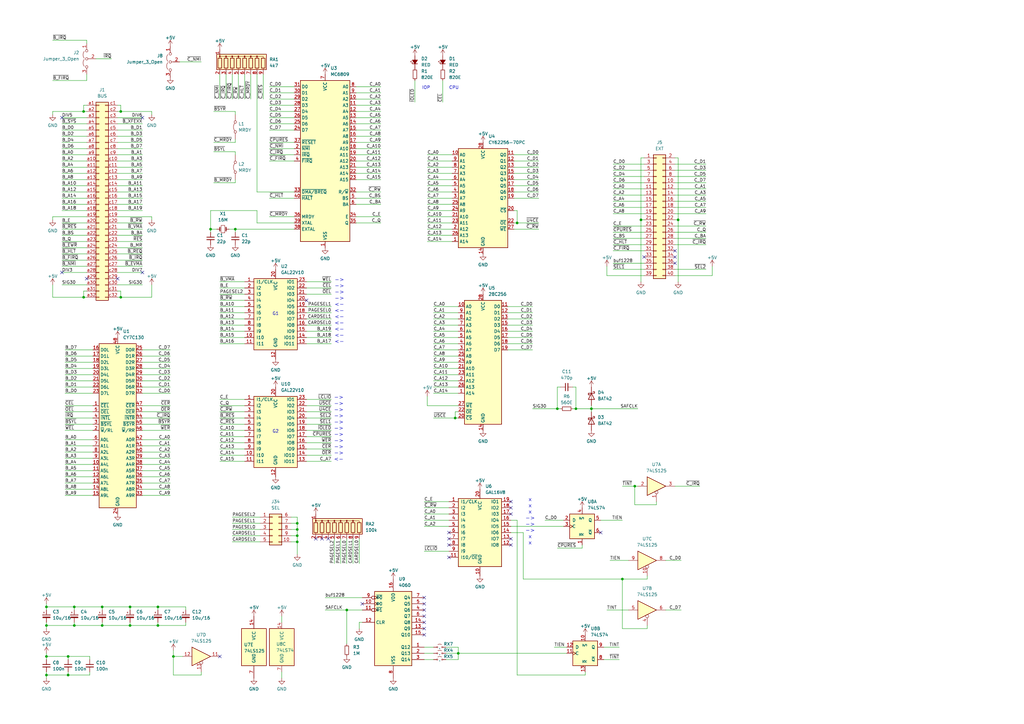
<source format=kicad_sch>
(kicad_sch (version 20231120) (generator "eeschema") (generator_version "8.0")
  (paper "A3")
  (title_block (title "CPU09GPP Board") (date "2025-01-31") (rev "v1.0") (company "100% Offner") (comment 1 "v1.0: Initial") (comment 2 "Redrawn vrom kees1948 FLEX and UniFLEX Systems."))
  (junction (at 142.24 250.19))
  (junction (at 86.36 93.98))
  (junction (at 27.94 269.24))
  (junction (at 19.05 276.86))
  (junction (at 121.92 214.63))
  (junction (at 34.29 45.72))
  (junction (at 262.89 90.17))
  (junction (at 41.91 248.92))
  (junction (at 260.35 199.39))
  (junction (at 212.09 91.44))
  (junction (at 27.94 276.86))
  (junction (at 49.53 121.92))
  (junction (at 255.27 237.49))
  (junction (at 121.92 219.71))
  (junction (at 187.96 267.97))
  (junction (at 121.92 217.17))
  (junction (at 19.05 269.24))
  (junction (at 53.34 248.92))
  (junction (at 30.48 248.92))
  (junction (at 34.29 121.92))
  (junction (at 71.12 269.24))
  (junction (at 96.52 93.98))
  (junction (at 19.05 256.54))
  (junction (at 186.69 171.45))
  (junction (at 30.48 256.54))
  (junction (at 41.91 256.54))
  (junction (at 53.34 256.54))
  (junction (at 121.92 222.25))
  (junction (at 228.6 167.64))
  (junction (at 242.57 167.64))
  (junction (at 236.22 167.64))
  (junction (at 64.77 248.92))
  (junction (at 19.05 248.92))
  (junction (at 64.77 256.54))
  (junction (at 278.13 90.17))
  (junction (at 49.53 45.72))
  (no_connect (at 173.99 247.65))
  (no_connect (at 264.16 105.41))
  (no_connect (at 184.15 218.44))
  (no_connect (at 173.99 245.11))
  (no_connect (at 173.99 257.81))
  (no_connect (at 246.38 218.44))
  (no_connect (at 173.99 255.27))
  (no_connect (at 90.17 269.24))
  (no_connect (at 35.56 114.3))
  (no_connect (at 25.4 48.26))
  (no_connect (at 25.4 111.76))
  (no_connect (at 132.08 220.98))
  (no_connect (at 209.55 208.28))
  (no_connect (at 209.55 210.82))
  (no_connect (at 129.54 220.98))
  (no_connect (at 209.55 223.52))
  (no_connect (at 125.73 123.19))
  (no_connect (at 184.15 228.6))
  (no_connect (at 276.86 105.41))
  (no_connect (at 48.26 114.3))
  (no_connect (at 209.55 205.74))
  (no_connect (at 134.62 220.98))
  (no_connect (at 58.42 111.76))
  (no_connect (at 209.55 220.98))
  (no_connect (at 173.99 260.35))
  (no_connect (at 184.15 220.98))
  (no_connect (at 148.59 247.65))
  (no_connect (at 58.42 48.26))
  (no_connect (at 276.86 107.95))
  (no_connect (at 173.99 250.19))
  (no_connect (at 173.99 252.73))
  (no_connect (at 184.15 223.52))
  (no_connect (at 276.86 102.87))
  (wire (pts (xy 234.95 158.75) (xy 236.22 158.75)))
  (wire (pts (xy 125.73 118.11) (xy 135.89 118.11)))
  (wire (pts (xy 251.46 72.39) (xy 264.16 72.39)))
  (wire (pts (xy 187.96 153.67) (xy 177.8 153.67)))
  (wire (pts (xy 95.25 30.48) (xy 95.25 40.64)))
  (wire (pts (xy 146.05 45.72) (xy 156.21 45.72)))
  (wire (pts (xy 125.73 140.97) (xy 135.89 140.97)))
  (wire (pts (xy 212.09 276.86) (xy 240.03 276.86)))
  (wire (pts (xy 30.48 248.92) (xy 30.48 250.19)))
  (wire (pts (xy 48.26 86.36) (xy 58.42 86.36)))
  (wire (pts (xy 262.89 90.17) (xy 264.16 90.17)))
  (wire (pts (xy 236.22 167.64) (xy 242.57 167.64)))
  (wire (pts (xy 48.26 55.88) (xy 58.42 55.88)))
  (wire (pts (xy 21.59 121.92) (xy 21.59 116.84)))
  (wire (pts (xy 148.59 255.27) (xy 147.32 255.27)))
  (wire (pts (xy 173.99 208.28) (xy 184.15 208.28)))
  (wire (pts (xy 218.44 143.51) (xy 208.28 143.51)))
  (wire (pts (xy 185.42 88.9) (xy 175.26 88.9)))
  (wire (pts (xy 58.42 151.13) (xy 69.85 151.13)))
  (wire (pts (xy 218.44 125.73) (xy 208.28 125.73)))
  (wire (pts (xy 236.22 167.64) (xy 234.95 167.64)))
  (wire (pts (xy 220.98 68.58) (xy 210.82 68.58)))
  (wire (pts (xy 58.42 153.67) (xy 69.85 153.67)))
  (wire (pts (xy 48.26 60.96) (xy 58.42 60.96)))
  (wire (pts (xy 96.52 63.5) (xy 96.52 62.23)))
  (wire (pts (xy 185.42 76.2) (xy 175.26 76.2)))
  (wire (pts (xy 48.26 73.66) (xy 58.42 73.66)))
  (wire (pts (xy 187.96 270.51) (xy 182.88 270.51)))
  (wire (pts (xy 187.96 148.59) (xy 177.8 148.59)))
  (wire (pts (xy 48.26 63.5) (xy 58.42 63.5)))
  (wire (pts (xy 21.59 45.72) (xy 21.59 46.99)))
  (wire (pts (xy 125.73 184.15) (xy 135.89 184.15)))
  (wire (pts (xy 209.55 215.9) (xy 231.14 215.9)))
  (wire (pts (xy 146.05 66.04) (xy 156.21 66.04)))
  (wire (pts (xy 187.96 133.35) (xy 177.8 133.35)))
  (wire (pts (xy 48.26 58.42) (xy 58.42 58.42)))
  (wire (pts (xy 25.4 96.52) (xy 35.56 96.52)))
  (wire (pts (xy 90.17 166.37) (xy 100.33 166.37)))
  (wire (pts (xy 187.96 138.43) (xy 177.8 138.43)))
  (wire (pts (xy 121.92 214.63) (xy 121.92 217.17)))
  (wire (pts (xy 95.25 212.09) (xy 106.68 212.09)))
  (wire (pts (xy 146.05 53.34) (xy 156.21 53.34)))
  (wire (pts (xy 146.05 71.12) (xy 156.21 71.12)))
  (wire (pts (xy 48.26 48.26) (xy 58.42 48.26)))
  (wire (pts (xy 146.05 38.1) (xy 156.21 38.1)))
  (wire (pts (xy 209.55 218.44) (xy 214.63 218.44)))
  (wire (pts (xy 93.98 93.98) (xy 96.52 93.98)))
  (wire (pts (xy 87.63 62.23) (xy 96.52 62.23)))
  (wire (pts (xy 146.05 88.9) (xy 156.21 88.9)))
  (wire (pts (xy 251.46 80.01) (xy 264.16 80.01)))
  (wire (pts (xy 48.26 119.38) (xy 49.53 119.38)))
  (wire (pts (xy 69.85 168.91) (xy 58.42 168.91)))
  (wire (pts (xy 19.05 269.24) (xy 19.05 270.51)))
  (wire (pts (xy 64.77 248.92) (xy 76.2 248.92)))
  (wire (pts (xy 177.8 267.97) (xy 173.99 267.97)))
  (wire (pts (xy 187.96 156.21) (xy 177.8 156.21)))
  (wire (pts (xy 25.4 101.6) (xy 35.56 101.6)))
  (wire (pts (xy 247.65 265.43) (xy 254 265.43)))
  (wire (pts (xy 27.94 275.59) (xy 27.94 276.86)))
  (wire (pts (xy 146.05 73.66) (xy 156.21 73.66)))
  (wire (pts (xy 185.42 91.44) (xy 175.26 91.44)))
  (wire (pts (xy 87.63 74.93) (xy 96.52 74.93)))
  (wire (pts (xy 170.18 33.02) (xy 170.18 41.91)))
  (wire (pts (xy 41.91 248.92) (xy 41.91 250.19)))
  (wire (pts (xy 209.55 213.36) (xy 212.09 213.36)))
  (wire (pts (xy 25.4 78.74) (xy 35.56 78.74)))
  (wire (pts (xy 187.96 171.45) (xy 186.69 171.45)))
  (wire (pts (xy 251.46 102.87) (xy 264.16 102.87)))
  (wire (pts (xy 64.77 255.27) (xy 64.77 256.54)))
  (wire (pts (xy 146.05 83.82) (xy 156.21 83.82)))
  (wire (pts (xy 58.42 180.34) (xy 69.85 180.34)))
  (wire (pts (xy 90.17 130.81) (xy 100.33 130.81)))
  (wire (pts (xy 26.67 148.59) (xy 38.1 148.59)))
  (wire (pts (xy 125.73 189.23) (xy 135.89 189.23)))
  (wire (pts (xy 26.67 198.12) (xy 38.1 198.12)))
  (wire (pts (xy 269.24 207.01) (xy 260.35 207.01)))
  (wire (pts (xy 185.42 66.04) (xy 175.26 66.04)))
  (wire (pts (xy 220.98 76.2) (xy 210.82 76.2)))
  (wire (pts (xy 177.8 171.45) (xy 186.69 171.45)))
  (wire (pts (xy 25.4 55.88) (xy 35.56 55.88)))
  (wire (pts (xy 69.85 171.45) (xy 58.42 171.45)))
  (wire (pts (xy 30.48 255.27) (xy 30.48 256.54)))
  (wire (pts (xy 90.17 186.69) (xy 100.33 186.69)))
  (wire (pts (xy 26.67 166.37) (xy 38.1 166.37)))
  (wire (pts (xy 279.4 229.87) (xy 273.05 229.87)))
  (wire (pts (xy 146.05 35.56) (xy 156.21 35.56)))
  (wire (pts (xy 90.17 176.53) (xy 100.33 176.53)))
  (wire (pts (xy 34.29 45.72) (xy 35.56 45.72)))
  (wire (pts (xy 173.99 205.74) (xy 184.15 205.74)))
  (wire (pts (xy 19.05 256.54) (xy 19.05 257.81)))
  (wire (pts (xy 86.36 86.36) (xy 86.36 93.98)))
  (wire (pts (xy 220.98 66.04) (xy 210.82 66.04)))
  (wire (pts (xy 228.6 167.64) (xy 218.44 167.64)))
  (wire (pts (xy 236.22 158.75) (xy 236.22 167.64)))
  (wire (pts (xy 185.42 63.5) (xy 175.26 63.5)))
  (wire (pts (xy 251.46 85.09) (xy 264.16 85.09)))
  (wire (pts (xy 26.67 153.67) (xy 38.1 153.67)))
  (wire (pts (xy 125.73 130.81) (xy 135.89 130.81)))
  (wire (pts (xy 186.69 168.91) (xy 187.96 168.91)))
  (wire (pts (xy 251.46 69.85) (xy 264.16 69.85)))
  (wire (pts (xy 35.56 121.92) (xy 34.29 121.92)))
  (wire (pts (xy 71.12 269.24) (xy 74.93 269.24)))
  (wire (pts (xy 251.46 110.49) (xy 264.16 110.49)))
  (wire (pts (xy 119.38 222.25) (xy 121.92 222.25)))
  (wire (pts (xy 49.53 45.72) (xy 48.26 45.72)))
  (wire (pts (xy 187.96 140.97) (xy 177.8 140.97)))
  (wire (pts (xy 19.05 267.97) (xy 19.05 269.24)))
  (wire (pts (xy 248.92 109.22) (xy 248.92 113.03)))
  (wire (pts (xy 25.4 106.68) (xy 35.56 106.68)))
  (wire (pts (xy 146.05 78.74) (xy 156.21 78.74)))
  (wire (pts (xy 25.4 83.82) (xy 35.56 83.82)))
  (wire (pts (xy 21.59 33.02) (xy 35.56 33.02)))
  (wire (pts (xy 90.17 171.45) (xy 100.33 171.45)))
  (wire (pts (xy 238.76 224.79) (xy 238.76 223.52)))
  (wire (pts (xy 48.26 68.58) (xy 58.42 68.58)))
  (wire (pts (xy 110.49 38.1) (xy 120.65 38.1)))
  (wire (pts (xy 177.8 270.51) (xy 173.99 270.51)))
  (wire (pts (xy 21.59 16.51) (xy 35.56 16.51)))
  (wire (pts (xy 25.4 81.28) (xy 35.56 81.28)))
  (wire (pts (xy 182.88 265.43) (xy 187.96 265.43)))
  (wire (pts (xy 242.57 167.64) (xy 261.62 167.64)))
  (wire (pts (xy 212.09 86.36) (xy 212.09 91.44)))
  (wire (pts (xy 251.46 77.47) (xy 264.16 77.47)))
  (wire (pts (xy 21.59 88.9) (xy 35.56 88.9)))
  (wire (pts (xy 110.49 48.26) (xy 120.65 48.26)))
  (wire (pts (xy 214.63 237.49) (xy 214.63 218.44)))
  (wire (pts (xy 125.73 179.07) (xy 135.89 179.07)))
  (wire (pts (xy 146.05 60.96) (xy 156.21 60.96)))
  (wire (pts (xy 96.52 58.42) (xy 96.52 57.15)))
  (wire (pts (xy 146.05 58.42) (xy 156.21 58.42)))
  (wire (pts (xy 187.96 161.29) (xy 177.8 161.29)))
  (wire (pts (xy 173.99 210.82) (xy 184.15 210.82)))
  (wire (pts (xy 125.73 125.73) (xy 135.89 125.73)))
  (wire (pts (xy 25.4 86.36) (xy 35.56 86.36)))
  (wire (pts (xy 173.99 213.36) (xy 184.15 213.36)))
  (wire (pts (xy 251.46 67.31) (xy 264.16 67.31)))
  (wire (pts (xy 255.27 213.36) (xy 246.38 213.36)))
  (wire (pts (xy 25.4 91.44) (xy 35.56 91.44)))
  (wire (pts (xy 146.05 81.28) (xy 156.21 81.28)))
  (wire (pts (xy 58.42 161.29) (xy 69.85 161.29)))
  (wire (pts (xy 25.4 53.34) (xy 35.56 53.34)))
  (wire (pts (xy 96.52 93.98) (xy 120.65 93.98)))
  (wire (pts (xy 69.85 166.37) (xy 58.42 166.37)))
  (wire (pts (xy 69.85 176.53) (xy 58.42 176.53)))
  (wire (pts (xy 264.16 64.77) (xy 262.89 64.77)))
  (wire (pts (xy 255.27 237.49) (xy 214.63 237.49)))
  (wire (pts (xy 276.86 72.39) (xy 289.56 72.39)))
  (wire (pts (xy 125.73 186.69) (xy 135.89 186.69)))
  (wire (pts (xy 62.23 88.9) (xy 62.23 90.17)))
  (wire (pts (xy 97.79 30.48) (xy 97.79 40.64)))
  (wire (pts (xy 34.29 45.72) (xy 21.59 45.72)))
  (wire (pts (xy 125.73 115.57) (xy 135.89 115.57)))
  (wire (pts (xy 25.4 48.26) (xy 35.56 48.26)))
  (wire (pts (xy 90.17 133.35) (xy 100.33 133.35)))
  (wire (pts (xy 187.96 265.43) (xy 187.96 267.97)))
  (wire (pts (xy 251.46 74.93) (xy 264.16 74.93)))
  (wire (pts (xy 175.26 166.37) (xy 187.96 166.37)))
  (wire (pts (xy 119.38 217.17) (xy 121.92 217.17)))
  (wire (pts (xy 76.2 248.92) (xy 76.2 250.19)))
  (wire (pts (xy 19.05 256.54) (xy 30.48 256.54)))
  (wire (pts (xy 26.67 173.99) (xy 38.1 173.99)))
  (wire (pts (xy 90.17 128.27) (xy 100.33 128.27)))
  (wire (pts (xy 146.05 43.18) (xy 156.21 43.18)))
  (wire (pts (xy 264.16 113.03) (xy 248.92 113.03)))
  (wire (pts (xy 96.52 93.98) (xy 96.52 95.25)))
  (wire (pts (xy 210.82 86.36) (xy 212.09 86.36)))
  (wire (pts (xy 185.42 78.74) (xy 175.26 78.74)))
  (wire (pts (xy 96.52 46.99) (xy 96.52 45.72)))
  (wire (pts (xy 187.96 130.81) (xy 177.8 130.81)))
  (wire (pts (xy 26.67 187.96) (xy 38.1 187.96)))
  (wire (pts (xy 125.73 168.91) (xy 135.89 168.91)))
  (wire (pts (xy 53.34 248.92) (xy 53.34 250.19)))
  (wire (pts (xy 26.67 185.42) (xy 38.1 185.42)))
  (wire (pts (xy 58.42 185.42) (xy 69.85 185.42)))
  (wire (pts (xy 21.59 88.9) (xy 21.59 90.17)))
  (wire (pts (xy 25.4 93.98) (xy 35.56 93.98)))
  (wire (pts (xy 90.17 184.15) (xy 100.33 184.15)))
  (wire (pts (xy 87.63 58.42) (xy 96.52 58.42)))
  (wire (pts (xy 26.67 200.66) (xy 38.1 200.66)))
  (wire (pts (xy 102.87 30.48) (xy 102.87 40.64)))
  (wire (pts (xy 110.49 35.56) (xy 120.65 35.56)))
  (wire (pts (xy 53.34 255.27) (xy 53.34 256.54)))
  (wire (pts (xy 276.86 80.01) (xy 289.56 80.01)))
  (wire (pts (xy 146.05 68.58) (xy 156.21 68.58)))
  (wire (pts (xy 27.94 269.24) (xy 27.94 270.51)))
  (wire (pts (xy 139.7 231.14) (xy 139.7 220.98)))
  (wire (pts (xy 262.89 90.17) (xy 262.89 115.57)))
  (wire (pts (xy 39.37 24.13) (xy 45.72 24.13)))
  (wire (pts (xy 265.43 257.81) (xy 255.27 257.81)))
  (wire (pts (xy 25.4 111.76) (xy 35.56 111.76)))
  (wire (pts (xy 218.44 135.89) (xy 208.28 135.89)))
  (wire (pts (xy 181.61 33.02) (xy 181.61 41.91)))
  (wire (pts (xy 58.42 198.12) (xy 69.85 198.12)))
  (wire (pts (xy 25.4 71.12) (xy 35.56 71.12)))
  (wire (pts (xy 185.42 81.28) (xy 175.26 81.28)))
  (wire (pts (xy 251.46 100.33) (xy 264.16 100.33)))
  (wire (pts (xy 58.42 146.05) (xy 69.85 146.05)))
  (wire (pts (xy 276.86 113.03) (xy 292.1 113.03)))
  (wire (pts (xy 276.86 97.79) (xy 289.56 97.79)))
  (wire (pts (xy 19.05 269.24) (xy 27.94 269.24)))
  (wire (pts (xy 121.92 219.71) (xy 121.92 222.25)))
  (wire (pts (xy 19.05 247.65) (xy 19.05 248.92)))
  (wire (pts (xy 276.86 95.25) (xy 289.56 95.25)))
  (wire (pts (xy 26.67 171.45) (xy 38.1 171.45)))
  (wire (pts (xy 142.24 250.19) (xy 148.59 250.19)))
  (wire (pts (xy 48.26 106.68) (xy 58.42 106.68)))
  (wire (pts (xy 110.49 43.18) (xy 120.65 43.18)))
  (wire (pts (xy 90.17 115.57) (xy 100.33 115.57)))
  (wire (pts (xy 279.4 250.19) (xy 273.05 250.19)))
  (wire (pts (xy 269.24 205.74) (xy 269.24 207.01)))
  (wire (pts (xy 58.42 148.59) (xy 69.85 148.59)))
  (wire (pts (xy 35.56 33.02) (xy 35.56 30.48)))
  (wire (pts (xy 49.53 121.92) (xy 62.23 121.92)))
  (wire (pts (xy 19.05 248.92) (xy 19.05 250.19)))
  (wire (pts (xy 34.29 119.38) (xy 34.29 121.92)))
  (wire (pts (xy 187.96 135.89) (xy 177.8 135.89)))
  (wire (pts (xy 278.13 90.17) (xy 278.13 115.57)))
  (wire (pts (xy 137.16 220.98) (xy 137.16 231.14)))
  (wire (pts (xy 220.98 71.12) (xy 210.82 71.12)))
  (wire (pts (xy 48.26 101.6) (xy 58.42 101.6)))
  (wire (pts (xy 218.44 140.97) (xy 208.28 140.97)))
  (wire (pts (xy 229.87 167.64) (xy 228.6 167.64)))
  (wire (pts (xy 110.49 88.9) (xy 120.65 88.9)))
  (wire (pts (xy 276.86 85.09) (xy 289.56 85.09)))
  (wire (pts (xy 260.35 199.39) (xy 261.62 199.39)))
  (wire (pts (xy 187.96 125.73) (xy 177.8 125.73)))
  (wire (pts (xy 115.57 252.73) (xy 115.57 255.27)))
  (wire (pts (xy 19.05 276.86) (xy 27.94 276.86)))
  (wire (pts (xy 95.25 219.71) (xy 106.68 219.71)))
  (wire (pts (xy 36.83 275.59) (xy 36.83 276.86)))
  (wire (pts (xy 90.17 138.43) (xy 100.33 138.43)))
  (wire (pts (xy 276.86 67.31) (xy 289.56 67.31)))
  (wire (pts (xy 173.99 226.06) (xy 184.15 226.06)))
  (wire (pts (xy 276.86 199.39) (xy 287.02 199.39)))
  (wire (pts (xy 146.05 91.44) (xy 156.21 91.44)))
  (wire (pts (xy 35.56 17.78) (xy 35.56 16.51)))
  (wire (pts (xy 276.86 110.49) (xy 289.56 110.49)))
  (wire (pts (xy 185.42 99.06) (xy 175.26 99.06)))
  (wire (pts (xy 25.4 50.8) (xy 35.56 50.8)))
  (wire (pts (xy 185.42 83.82) (xy 175.26 83.82)))
  (wire (pts (xy 41.91 255.27) (xy 41.91 256.54)))
  (wire (pts (xy 25.4 109.22) (xy 35.56 109.22)))
  (wire (pts (xy 276.86 82.55) (xy 289.56 82.55)))
  (wire (pts (xy 240.03 276.86) (xy 240.03 275.59)))
  (wire (pts (xy 58.42 182.88) (xy 69.85 182.88)))
  (wire (pts (xy 119.38 212.09) (xy 121.92 212.09)))
  (wire (pts (xy 25.4 76.2) (xy 35.56 76.2)))
  (wire (pts (xy 90.17 140.97) (xy 100.33 140.97)))
  (wire (pts (xy 110.49 50.8) (xy 120.65 50.8)))
  (wire (pts (xy 92.71 40.64) (xy 92.71 30.48)))
  (wire (pts (xy 125.73 176.53) (xy 135.89 176.53)))
  (wire (pts (xy 25.4 73.66) (xy 35.56 73.66)))
  (wire (pts (xy 125.73 135.89) (xy 135.89 135.89)))
  (wire (pts (xy 121.92 222.25) (xy 121.92 227.33)))
  (wire (pts (xy 58.42 187.96) (xy 69.85 187.96)))
  (wire (pts (xy 105.41 30.48) (xy 105.41 78.74)))
  (wire (pts (xy 125.73 120.65) (xy 135.89 120.65)))
  (wire (pts (xy 58.42 203.2) (xy 69.85 203.2)))
  (wire (pts (xy 58.42 200.66) (xy 69.85 200.66)))
  (wire (pts (xy 64.77 256.54) (xy 76.2 256.54)))
  (wire (pts (xy 218.44 138.43) (xy 208.28 138.43)))
  (wire (pts (xy 146.05 55.88) (xy 156.21 55.88)))
  (wire (pts (xy 90.17 173.99) (xy 100.33 173.99)))
  (wire (pts (xy 48.26 81.28) (xy 58.42 81.28)))
  (wire (pts (xy 260.35 199.39) (xy 260.35 207.01)))
  (wire (pts (xy 292.1 109.22) (xy 292.1 113.03)))
  (wire (pts (xy 25.4 104.14) (xy 35.56 104.14)))
  (wire (pts (xy 26.67 190.5) (xy 38.1 190.5)))
  (wire (pts (xy 58.42 193.04) (xy 69.85 193.04)))
  (wire (pts (xy 58.42 190.5) (xy 69.85 190.5)))
  (wire (pts (xy 250.19 229.87) (xy 257.81 229.87)))
  (wire (pts (xy 35.56 43.18) (xy 34.29 43.18)))
  (wire (pts (xy 146.05 63.5) (xy 156.21 63.5)))
  (wire (pts (xy 48.26 53.34) (xy 58.42 53.34)))
  (wire (pts (xy 71.12 266.7) (xy 71.12 269.24)))
  (wire (pts (xy 26.67 156.21) (xy 38.1 156.21)))
  (wire (pts (xy 90.17 125.73) (xy 100.33 125.73)))
  (wire (pts (xy 115.57 275.59) (xy 115.57 278.13)))
  (wire (pts (xy 48.26 96.52) (xy 58.42 96.52)))
  (wire (pts (xy 48.26 76.2) (xy 58.42 76.2)))
  (wire (pts (xy 49.53 119.38) (xy 49.53 121.92)))
  (wire (pts (xy 218.44 130.81) (xy 208.28 130.81)))
  (wire (pts (xy 58.42 156.21) (xy 69.85 156.21)))
  (wire (pts (xy 96.52 74.93) (xy 96.52 73.66)))
  (wire (pts (xy 220.98 63.5) (xy 210.82 63.5)))
  (wire (pts (xy 19.05 255.27) (xy 19.05 256.54)))
  (wire (pts (xy 26.67 203.2) (xy 38.1 203.2)))
  (wire (pts (xy 48.26 43.18) (xy 49.53 43.18)))
  (wire (pts (xy 26.67 195.58) (xy 38.1 195.58)))
  (wire (pts (xy 25.4 116.84) (xy 35.56 116.84)))
  (wire (pts (xy 142.24 220.98) (xy 142.24 231.14)))
  (wire (pts (xy 276.86 90.17) (xy 278.13 90.17)))
  (wire (pts (xy 218.44 128.27) (xy 208.28 128.27)))
  (wire (pts (xy 58.42 109.22) (xy 48.26 109.22)))
  (wire (pts (xy 276.86 69.85) (xy 289.56 69.85)))
  (wire (pts (xy 185.42 93.98) (xy 175.26 93.98)))
  (wire (pts (xy 62.23 45.72) (xy 62.23 46.99)))
  (wire (pts (xy 48.26 83.82) (xy 58.42 83.82)))
  (wire (pts (xy 58.42 158.75) (xy 69.85 158.75)))
  (wire (pts (xy 254 270.51) (xy 247.65 270.51)))
  (wire (pts (xy 48.26 91.44) (xy 58.42 91.44)))
  (wire (pts (xy 105.41 91.44) (xy 120.65 91.44)))
  (wire (pts (xy 90.17 40.64) (xy 90.17 30.48)))
  (wire (pts (xy 146.05 48.26) (xy 156.21 48.26)))
  (wire (pts (xy 187.96 151.13) (xy 177.8 151.13)))
  (wire (pts (xy 187.96 146.05) (xy 177.8 146.05)))
  (wire (pts (xy 276.86 74.93) (xy 289.56 74.93)))
  (wire (pts (xy 125.73 173.99) (xy 135.89 173.99)))
  (wire (pts (xy 26.67 151.13) (xy 38.1 151.13)))
  (wire (pts (xy 58.42 195.58) (xy 69.85 195.58)))
  (wire (pts (xy 125.73 163.83) (xy 135.89 163.83)))
  (wire (pts (xy 133.35 245.11) (xy 148.59 245.11)))
  (wire (pts (xy 73.66 25.4) (xy 82.55 25.4)))
  (wire (pts (xy 26.67 176.53) (xy 38.1 176.53)))
  (wire (pts (xy 255.27 237.49) (xy 265.43 237.49)))
  (wire (pts (xy 220.98 81.28) (xy 210.82 81.28)))
  (wire (pts (xy 142.24 250.19) (xy 142.24 264.16)))
  (wire (pts (xy 228.6 224.79) (xy 238.76 224.79)))
  (wire (pts (xy 251.46 87.63) (xy 264.16 87.63)))
  (wire (pts (xy 110.49 63.5) (xy 120.65 63.5)))
  (wire (pts (xy 48.26 78.74) (xy 58.42 78.74)))
  (wire (pts (xy 64.77 248.92) (xy 64.77 250.19)))
  (wire (pts (xy 125.73 128.27) (xy 135.89 128.27)))
  (wire (pts (xy 242.57 166.37) (xy 242.57 167.64)))
  (wire (pts (xy 69.85 173.99) (xy 58.42 173.99)))
  (wire (pts (xy 48.26 99.06) (xy 58.42 99.06)))
  (wire (pts (xy 25.4 66.04) (xy 35.56 66.04)))
  (wire (pts (xy 41.91 256.54) (xy 53.34 256.54)))
  (wire (pts (xy 185.42 96.52) (xy 175.26 96.52)))
  (wire (pts (xy 34.29 121.92) (xy 21.59 121.92)))
  (wire (pts (xy 71.12 269.24) (xy 71.12 276.86)))
  (wire (pts (xy 27.94 269.24) (xy 36.83 269.24)))
  (wire (pts (xy 26.67 168.91) (xy 38.1 168.91)))
  (wire (pts (xy 125.73 166.37) (xy 135.89 166.37)))
  (wire (pts (xy 177.8 265.43) (xy 173.99 265.43)))
  (wire (pts (xy 121.92 217.17) (xy 121.92 219.71)))
  (wire (pts (xy 133.35 250.19) (xy 142.24 250.19)))
  (wire (pts (xy 251.46 95.25) (xy 264.16 95.25)))
  (wire (pts (xy 25.4 60.96) (xy 35.56 60.96)))
  (wire (pts (xy 227.33 265.43) (xy 232.41 265.43)))
  (wire (pts (xy 48.26 71.12) (xy 58.42 71.12)))
  (wire (pts (xy 100.33 40.64) (xy 100.33 30.48)))
  (wire (pts (xy 146.05 40.64) (xy 156.21 40.64)))
  (wire (pts (xy 119.38 219.71) (xy 121.92 219.71)))
  (wire (pts (xy 48.26 50.8) (xy 58.42 50.8)))
  (wire (pts (xy 48.26 111.76) (xy 58.42 111.76)))
  (wire (pts (xy 187.96 143.51) (xy 177.8 143.51)))
  (wire (pts (xy 251.46 97.79) (xy 264.16 97.79)))
  (wire (pts (xy 49.53 43.18) (xy 49.53 45.72)))
  (wire (pts (xy 26.67 193.04) (xy 38.1 193.04)))
  (wire (pts (xy 276.86 77.47) (xy 289.56 77.47)))
  (wire (pts (xy 30.48 248.92) (xy 41.91 248.92)))
  (wire (pts (xy 41.91 248.92) (xy 53.34 248.92)))
  (wire (pts (xy 90.17 135.89) (xy 100.33 135.89)))
  (wire (pts (xy 95.25 222.25) (xy 106.68 222.25)))
  (wire (pts (xy 76.2 255.27) (xy 76.2 256.54)))
  (wire (pts (xy 182.88 267.97) (xy 187.96 267.97)))
  (wire (pts (xy 212.09 91.44) (xy 220.98 91.44)))
  (wire (pts (xy 53.34 256.54) (xy 64.77 256.54)))
  (wire (pts (xy 48.26 116.84) (xy 58.42 116.84)))
  (wire (pts (xy 185.42 86.36) (xy 175.26 86.36)))
  (wire (pts (xy 110.49 66.04) (xy 120.65 66.04)))
  (wire (pts (xy 278.13 64.77) (xy 278.13 90.17)))
  (wire (pts (xy 173.99 215.9) (xy 184.15 215.9)))
  (wire (pts (xy 265.43 256.54) (xy 265.43 257.81)))
  (wire (pts (xy 185.42 68.58) (xy 175.26 68.58)))
  (wire (pts (xy 276.86 100.33) (xy 289.56 100.33)))
  (wire (pts (xy 265.43 237.49) (xy 265.43 236.22)))
  (wire (pts (xy 251.46 92.71) (xy 264.16 92.71)))
  (wire (pts (xy 48.26 88.9) (xy 62.23 88.9)))
  (wire (pts (xy 110.49 40.64) (xy 120.65 40.64)))
  (wire (pts (xy 144.78 220.98) (xy 144.78 231.14)))
  (wire (pts (xy 212.09 213.36) (xy 212.09 276.86)))
  (wire (pts (xy 26.67 158.75) (xy 38.1 158.75)))
  (wire (pts (xy 19.05 276.86) (xy 19.05 278.13)))
  (wire (pts (xy 262.89 64.77) (xy 262.89 90.17)))
  (wire (pts (xy 26.67 180.34) (xy 38.1 180.34)))
  (wire (pts (xy 210.82 93.98) (xy 220.98 93.98)))
  (wire (pts (xy 58.42 143.51) (xy 69.85 143.51)))
  (wire (pts (xy 146.05 50.8) (xy 156.21 50.8)))
  (wire (pts (xy 90.17 118.11) (xy 100.33 118.11)))
  (wire (pts (xy 26.67 143.51) (xy 38.1 143.51)))
  (wire (pts (xy 25.4 58.42) (xy 35.56 58.42)))
  (wire (pts (xy 48.26 93.98) (xy 58.42 93.98)))
  (wire (pts (xy 105.41 86.36) (xy 86.36 86.36)))
  (wire (pts (xy 58.42 104.14) (xy 48.26 104.14)))
  (wire (pts (xy 276.86 92.71) (xy 289.56 92.71)))
  (wire (pts (xy 110.49 58.42) (xy 120.65 58.42)))
  (wire (pts (xy 187.96 267.97) (xy 232.41 267.97)))
  (wire (pts (xy 110.49 60.96) (xy 120.65 60.96)))
  (wire (pts (xy 212.09 91.44) (xy 210.82 91.44)))
  (wire (pts (xy 62.23 121.92) (xy 62.23 116.84)))
  (wire (pts (xy 95.25 214.63) (xy 106.68 214.63)))
  (wire (pts (xy 110.49 81.28) (xy 120.65 81.28)))
  (wire (pts (xy 125.73 138.43) (xy 135.89 138.43)))
  (wire (pts (xy 186.69 171.45) (xy 186.69 168.91)))
  (wire (pts (xy 185.42 73.66) (xy 175.26 73.66)))
  (wire (pts (xy 26.67 182.88) (xy 38.1 182.88)))
  (wire (pts (xy 95.25 217.17) (xy 106.68 217.17)))
  (wire (pts (xy 105.41 91.44) (xy 105.41 86.36)))
  (wire (pts (xy 125.73 171.45) (xy 135.89 171.45)))
  (wire (pts (xy 87.63 45.72) (xy 96.52 45.72)))
  (wire (pts (xy 25.4 63.5) (xy 35.56 63.5)))
  (wire (pts (xy 36.83 269.24) (xy 36.83 270.51)))
  (wire (pts (xy 185.42 71.12) (xy 175.26 71.12)))
  (wire (pts (xy 35.56 119.38) (xy 34.29 119.38)))
  (wire (pts (xy 19.05 248.92) (xy 30.48 248.92)))
  (wire (pts (xy 25.4 99.06) (xy 35.56 99.06)))
  (wire (pts (xy 110.49 53.34) (xy 120.65 53.34)))
  (wire (pts (xy 90.17 179.07) (xy 100.33 179.07)))
  (wire (pts (xy 27.94 276.86) (xy 36.83 276.86)))
  (wire (pts (xy 175.26 162.56) (xy 175.26 166.37)))
  (wire (pts (xy 86.36 93.98) (xy 88.9 93.98)))
  (wire (pts (xy 30.48 256.54) (xy 41.91 256.54)))
  (wire (pts (xy 276.86 87.63) (xy 289.56 87.63)))
  (wire (pts (xy 242.57 167.64) (xy 242.57 168.91)))
  (wire (pts (xy 147.32 255.27) (xy 147.32 257.81)))
  (wire (pts (xy 19.05 275.59) (xy 19.05 276.86)))
  (wire (pts (xy 48.26 121.92) (xy 49.53 121.92)))
  (wire (pts (xy 187.96 128.27) (xy 177.8 128.27)))
  (wire (pts (xy 251.46 107.95) (xy 264.16 107.95)))
  (wire (pts (xy 26.67 161.29) (xy 38.1 161.29)))
  (wire (pts (xy 228.6 158.75) (xy 228.6 167.64)))
  (wire (pts (xy 251.46 82.55) (xy 264.16 82.55)))
  (wire (pts (xy 90.17 181.61) (xy 100.33 181.61)))
  (wire (pts (xy 34.29 43.18) (xy 34.29 45.72)))
  (wire (pts (xy 86.36 93.98) (xy 86.36 95.25)))
  (wire (pts (xy 107.95 30.48) (xy 107.95 40.64)))
  (wire (pts (xy 49.53 45.72) (xy 62.23 45.72)))
  (wire (pts (xy 26.67 146.05) (xy 38.1 146.05)))
  (wire (pts (xy 121.92 212.09) (xy 121.92 214.63)))
  (wire (pts (xy 248.92 250.19) (xy 257.81 250.19)))
  (wire (pts (xy 220.98 78.74) (xy 210.82 78.74)))
  (wire (pts (xy 125.73 133.35) (xy 135.89 133.35)))
  (wire (pts (xy 90.17 163.83) (xy 100.33 163.83)))
  (wire (pts (xy 255.27 199.39) (xy 260.35 199.39)))
  (wire (pts (xy 147.32 220.98) (xy 147.32 231.14)))
  (wire (pts (xy 71.12 276.86) (xy 82.55 276.86)))
  (wire (pts (xy 220.98 73.66) (xy 210.82 73.66)))
  (wire (pts (xy 223.52 213.36) (xy 231.14 213.36)))
  (wire (pts (xy 48.26 66.04) (xy 58.42 66.04)))
  (wire (pts (xy 229.87 158.75) (xy 228.6 158.75)))
  (wire (pts (xy 82.55 276.86) (xy 82.55 275.59)))
  (wire (pts (xy 125.73 181.61) (xy 135.89 181.61)))
  (wire (pts (xy 53.34 248.92) (xy 64.77 248.92)))
  (wire (pts (xy 255.27 257.81) (xy 255.27 237.49)))
  (wire (pts (xy 276.86 64.77) (xy 278.13 64.77)))
  (wire (pts (xy 90.17 168.91) (xy 100.33 168.91)))
  (wire (pts (xy 105.41 78.74) (xy 120.65 78.74)))
  (wire (pts (xy 119.38 214.63) (xy 121.92 214.63)))
  (wire (pts (xy 90.17 120.65) (xy 100.33 120.65)))
  (wire (pts (xy 218.44 133.35) (xy 208.28 133.35)))
  (wire (pts (xy 187.96 158.75) (xy 177.8 158.75)))
  (wire (pts (xy 187.96 267.97) (xy 187.96 270.51)))
  (wire (pts (xy 25.4 68.58) (xy 35.56 68.58)))
  (wire (pts (xy 90.17 123.19) (xy 100.33 123.19)))
  (wire (pts (xy 110.49 45.72) (xy 120.65 45.72)))
  (wire (pts (xy 90.17 189.23) (xy 100.33 189.23)))
  (text "G2" (at 113.03 177.038 0) (effects (font (size 1.27 1.27))))
  (text "G1\n" (at 113.03 128.778 0) (effects (font (size 1.27 1.27))))
  (text "->\n->\n->\n->\n<-\n<-\n<-\n<-\n<-\n<-\n<-" (at 139.192 127.508 0) (effects (font (size 1.5748 1.5748))))
  (text "x\nx\nx\n->\n->\n->\nx\nx" (at 217.424 213.868 0) (effects (font (size 1.5748 1.5748))))
  (text "->\n->\n->\n->\n->\n->\n->\n->\n->\n->\n<-" (at 138.938 175.768 0) (effects (font (size 1.5748 1.5748))))
  (text "IOP" (at 174.752 36.068 0) (effects (font (size 1.27 1.27))))
  (text "CPU" (at 186.182 36.068 0) (effects (font (size 1.27 1.27))))
  (label "C_A7" (at 177.8 143.51 0))
  (label "PAGESEL0" (at 135.89 128.27 180))
  (label "SIG30" (at 218.44 167.64 0))
  (label "C_A9" (at 175.26 86.36 0))
  (label "C_A13" (at 177.8 158.75 0))
  (label "~{B_IRQ}" (at 21.59 16.51 0))
  (label "B_A5" (at 26.67 193.04 0))
  (label "C_D1" (at 289.56 67.31 180))
  (label "buf1228" (at 133.35 245.11 0))
  (label "C_A2" (at 177.8 130.81 0))
  (label "C_D2" (at 69.85 156.21 180))
  (label "C_A6" (at 69.85 195.58 180))
  (label "C_E" (at 251.46 92.71 0))
  (label "TIEN" (at 250.19 229.87 0))
  (label "~{C_RW}" (at 156.21 78.74 180))
  (label "C_D6" (at 69.85 146.05 180))
  (label "C_D5" (at 69.85 148.59 180))
  (label "C_D6" (at 251.46 74.93 0))
  (label "C_A6" (at 175.26 78.74 0))
  (label "~{CEL}" (at 26.67 166.37 0))
  (label "PAGESEL0" (at 95.25 217.17 0))
  (label "~{C_HLT}" (at 251.46 100.33 0))
  (label "~{B_XFEXX}" (at 58.42 50.8 180))
  (label "B_D0" (at 25.4 53.34 0))
  (label "C_D7" (at 289.56 74.93 180))
  (label "C_D0" (at 223.52 213.36 0))
  (label "~{C_RW}" (at 173.99 208.28 0))
  (label "~{IOLED}" (at 170.18 41.91 90))
  (label "CARDSEL1" (at 135.89 130.81 180))
  (label "B_A17" (at 58.42 83.82 180))
  (label "CARDSEL1" (at 144.78 231.14 90))
  (label "PAGESEL2" (at 95.25 212.09 0))
  (label "C_D7" (at 220.98 81.28 180))
  (label "~{C_NMI}" (at 82.55 25.4 180))
  (label "C_D0" (at 279.4 229.87 180))
  (label "~{BSYR}" (at 69.85 173.99 180))
  (label "C_A12" (at 177.8 156.21 0))
  (label "C_BS" (at 156.21 81.28 180))
  (label "~{C_IRQ}" (at 287.02 199.39 180))
  (label "C_A5" (at 289.56 82.55 180))
  (label "C_D7" (at 279.4 250.19 180))
  (label "~{C_HLT}" (at 110.49 81.28 0))
  (label "TINT" (at 248.92 250.19 0))
  (label "~{BSYL}" (at 87.63 62.23 0))
  (label "B_D0" (at 26.67 161.29 0))
  (label "C_A7" (at 175.26 81.28 0))
  (label "C_D1" (at 110.49 38.1 0))
  (label "B_A5" (at 58.42 68.58 180))
  (label "~{B_VMA}" (at 58.42 93.98 180))
  (label "B_A19" (at 135.89 135.89 180))
  (label "B_A4" (at 25.4 68.58 0))
  (label "C_D3" (at 69.85 153.67 180))
  (label "TIEN" (at 227.33 265.43 0))
  (label "C_D3" (at 110.49 43.18 0))
  (label "C_D6" (at 220.98 78.74 180))
  (label "B_D2" (at 25.4 55.88 0))
  (label "SIG30" (at 58.42 116.84 180))
  (label "B_A11" (at 58.42 76.2 180))
  (label "C_D6" (at 110.49 50.8 0))
  (label "C_A6" (at 177.8 140.97 0))
  (label "~{U5CE}" (at 135.89 166.37 180))
  (label "~{C_RW}" (at 90.17 168.91 0))
  (label "~{IRQ}" (at 26.67 171.45 0))
  (label "~{CEL}" (at 135.89 118.11 180))
  (label "C_A4" (at 251.46 82.55 0))
  (label "~{C_RW}" (at 289.56 92.71 180))
  (label "PAGESEL1" (at 139.7 231.14 90))
  (label "C_A7" (at 289.56 85.09 180))
  (label "C_A6" (at 156.21 50.8 180))
  (label "C_A15" (at 156.21 73.66 180))
  (label "B_Q" (at 25.4 99.06 0))
  (label "B_A6" (at 25.4 71.12 0))
  (label "~{TINT}" (at 255.27 199.39 0))
  (label "C_A3" (at 177.8 133.35 0))
  (label "C_D6" (at 218.44 140.97 180))
  (label "~{C_RES}" (at 90.17 173.99 0))
  (label "B_D1" (at 26.67 158.75 0))
  (label "~{LCLIO}" (at 173.99 226.06 0))
  (label "C_Q" (at 289.56 95.25 180))
  (label "DIV7" (at 58.42 111.76 180))
  (label "C_A1" (at 175.26 66.04 0))
  (label "B_D3" (at 58.42 55.88 180))
  (label "C_A5" (at 156.21 48.26 180))
  (label "C_D0" (at 69.85 161.29 180))
  (label "C_A10" (at 177.8 151.13 0))
  (label "B_A16" (at 25.4 83.82 0))
  (label "~{B_REQ}" (at 58.42 104.14 180))
  (label "C_D7" (at 218.44 143.51 180))
  (label "~{OER}" (at 69.85 168.91 180))
  (label "PAGESEL2" (at 90.17 120.65 0))
  (label "C_A2" (at 173.99 215.9 0))
  (label "C_A8" (at 175.26 83.82 0))
  (label "C_D0" (at 220.98 63.5 180))
  (label "C_A12" (at 156.21 66.04 180))
  (label "~{C_MRDY}" (at 87.63 58.42 0))
  (label "C_A14" (at 156.21 71.12 180))
  (label "C_A6" (at 251.46 85.09 0))
  (label "C_D5" (at 220.98 76.2 180))
  (label "~{CPURES}" (at 228.6 224.79 0))
  (label "~{BSYR}" (at 87.63 45.72 0))
  (label "B_A9" (at 26.67 203.2 0))
  (label "C_A9" (at 69.85 203.2 180))
  (label "C_A11" (at 90.17 179.07 0))
  (label "C_A4" (at 177.8 135.89 0))
  (label "C_D2" (at 218.44 130.81 180))
  (label "B_A8" (at 26.67 200.66 0))
  (label "~{LCLIO}" (at 135.89 163.83 180))
  (label "B_A15" (at 58.42 81.28 180))
  (label "C_BA" (at 156.21 83.82 180))
  (label "C_A13" (at 175.26 96.52 0))
  (label "C_D2" (at 220.98 68.58 180))
  (label "PAGESEL1" (at 135.89 125.73 180))
  (label "C_D3" (at 218.44 133.35 180))
  (label "C_A10" (at 156.21 60.96 180))
  (label "B_A12" (at 90.17 130.81 0))
  (label "C_A1" (at 156.21 38.1 180))
  (label "~{CER}" (at 69.85 166.37 180))
  (label "C_A3" (at 175.26 71.12 0))
  (label "C_A9" (at 177.8 148.59 0))
  (label "B_A11" (at 90.17 128.27 0))
  (label "~{B_RW}" (at 58.42 91.44 180))
  (label "C_A5" (at 69.85 193.04 180))
  (label "C_A13" (at 90.17 184.15 0))
  (label "C_A0" (at 156.21 35.56 180))
  (label "C_D1" (at 69.85 158.75 180))
  (label "C_A2" (at 251.46 80.01 0))
  (label "C_A4" (at 156.21 45.72 180))
  (label "B_D7" (at 26.67 143.51 0))
  (label "C_D3" (at 289.56 69.85 180))
  (label "C_A3" (at 156.21 43.18 180))
  (label "~{B_EVMA}" (at 58.42 109.22 180))
  (label "C_A7" (at 135.89 189.23 180))
  (label "B_D4" (at 26.67 151.13 0))
  (label "~{C_IRQ}" (at 92.71 40.64 90))
  (label "B_A16" (at 90.17 140.97 0))
  (label "TINT" (at 254 265.43 180))
  (label "C_D4" (at 69.85 151.13 180))
  (label "~{SEL1}" (at 251.46 110.49 0))
  (label "SAFCLK" (at 261.62 167.64 180))
  (label "B_A10" (at 90.17 125.73 0))
  (label "~{B_NMI}" (at 25.4 109.22 0))
  (label "~{U4CE}" (at 220.98 91.44 180))
  (label "~{B_SYS}" (at 25.4 50.8 0))
  (label "C_A13" (at 156.21 68.58 180))
  (label "C_A14" (at 177.8 161.29 0))
  (label "C_A0" (at 69.85 180.34 180))
  (label "~{CPURES}" (at 251.46 95.25 0))
  (label "B_A15" (at 90.17 138.43 0))
  (label "~{B_FIRQ}" (at 21.59 33.02 0))
  (label "C_A14" (at 90.17 186.69 0))
  (label "B_A7" (at 26.67 198.12 0))
  (label "~{OEL}" (at 135.89 120.65 180))
  (label "~{C_NMI}" (at 90.17 40.64 90))
  (label "B_A1" (at 58.42 63.5 180))
  (label "C_A4" (at 175.26 73.66 0))
  (label "C_A2" (at 69.85 185.42 180))
  (label "~{C_RW}" (at 220.98 93.98 180))
  (label "C_D1" (at 220.98 66.04 180))
  (label "C_A8" (at 251.46 87.63 0))
  (label "B_A4" (at 26.67 190.5 0))
  (label "B_E" (at 25.4 91.44 0))
  (label "B_A2" (at 26.67 185.42 0))
  (label "B_A7" (at 58.42 71.12 180))
  (label "B_A12" (at 25.4 78.74 0))
  (label "~{C_FIRQ}" (at 95.25 40.64 90))
  (label "buf1228" (at 251.46 107.95 0))
  (label "C_A10" (at 175.26 88.9 0))
  (label "CARDSEL0" (at 95.25 222.25 0))
  (label "B_D6" (at 26.67 146.05 0))
  (label "C_D3" (at 220.98 71.12 180))
  (label "~{CPURES}" (at 110.49 58.42 0))
  (label "B_D6" (at 25.4 60.96 0))
  (label "~{TINT}" (at 254 270.51 180))
  (label "C_D0" (at 218.44 125.73 180))
  (label "C_A0" (at 251.46 77.47 0))
  (label "~{B_EWR}" (at 25.4 101.6 0))
  (label "B_MR" (at 58.42 101.6 180))
  (label "B_E" (at 90.17 118.11 0))
  (label "C_A10" (at 90.17 176.53 0))
  (label "~{C_RW}" (at 97.79 40.64 90))
  (label "C_A9" (at 156.21 58.42 180))
  (label "B_A3" (at 58.42 66.04 180))
  (label "B_D5" (at 26.67 148.59 0))
  (label "~{WER}" (at 135.89 181.61 180))
  (label "~{WER}" (at 69.85 176.53 180))
  (label "B_BS" (at 25.4 96.52 0))
  (label "B_D1" (at 58.42 53.34 180))
  (label "B_A14" (at 25.4 81.28 0))
  (label "B_A17" (at 135.89 140.97 180))
  (label "CARDSEL1" (at 95.25 219.71 0))
  (label "~{CPURES}" (at 135.89 179.07 180))
  (label "C_A12" (at 90.17 181.61 0))
  (label "B_A1" (at 26.67 182.88 0))
  (label "C_D7" (at 110.49 53.34 0))
  (label "~{OER}" (at 135.89 186.69 180))
  (label "C_A15" (at 90.17 189.23 0))
  (label "C_BA" (at 289.56 97.79 180))
  (label "B_D2" (at 26.67 156.21 0))
  (label "~{B_FIRQ}" (at 25.4 106.68 0))
  (label "SAFCLK" (at 100.33 480.06 0))
  (label "B_D7" (at 58.42 60.96 180))
  (label "SAFCLK" (at 133.35 250.19 0))
  (label "C_D0" (at 251.46 67.31 0))
  (label "C_A1" (at 289.56 77.47 180))
  (label "~{B_IRQ}" (at 58.42 106.68 180))
  (label "C_D1" (at 218.44 128.27 180))
  (label "B_A18" (at 135.89 138.43 180))
  (label "B_A0" (at 26.67 180.34 0))
  (label "C_A1" (at 173.99 213.36 0))
  (label "~{C_IRQ}" (at 289.56 100.33 180))
  (label "C_A3" (at 289.56 80.01 180))
  (label "C_A4" (at 69.85 190.5 180))
  (label "~{B_RES}" (at 90.17 171.45 0))
  (label "B_D4" (at 25.4 58.42 0))
  (label "C_E" (at 173.99 205.74 0))
  (label "B_BA" (at 58.42 96.52 180))
  (label "C_Q" (at 90.17 166.37 0))
  (label "B_A2" (at 25.4 66.04 0))
  (label "C_A11" (at 175.26 91.44 0))
  (label "B_A19" (at 58.42 86.36 180))
  (label "DIV3" (at 25.4 111.76 0))
  (label "C_A11" (at 156.21 63.5 180))
  (label "~{RES}" (at 58.42 99.06 180))
  (label "B_A14" (at 90.17 135.89 0))
  (label "C_D4" (at 110.49 45.72 0))
  (label "C_BS" (at 251.46 97.79 0))
  (label "C_A0" (at 173.99 210.82 0))
  (label "~{IOLED}" (at 135.89 176.53 180))
  (label "~{C_MRDY}" (at 110.49 88.9 0))
  (label "C_A12" (at 175.26 93.98 0))
  (label "C_A3" (at 69.85 187.96 180))
  (label "C_A2" (at 175.26 68.58 0))
  (label "~{C_NMI}" (at 110.49 60.96 0))
  (label "C_D7" (at 69.85 143.51 180))
  (label "CARDSEL0" (at 135.89 133.35 180))
  (label "CARDSEL0" (at 147.32 231.14 90))
  (label "~{B_VMA}" (at 90.17 115.57 0))
  (label "C_A14" (at 175.26 99.06 0))
  (label "~{C_RES}" (at 107.95 40.64 90))
  (label "C_D5" (at 218.44 138.43 180))
  (label "PAGESEL2" (at 137.16 231.14 90))
  (label "PAGESEL0" (at 142.24 231.14 90))
  (label "~{B_RW}" (at 90.17 123.19 0))
  (label "C_D2" (at 251.46 69.85 0))
  (label "B_A0" (at 25.4 63.5 0))
  (label "~{U5CE}" (at 177.8 171.45 0))
  (label "~{IRQ}" (at 45.72 24.13 180))
  (label "~{B_RES}" (at 25.4 93.98 0))
  (label "B_D3" (at 26.67 153.67 0))
  (label "~{B_HLT}" (at 25.4 104.14 0))
  (label "C_A5" (at 177.8 138.43 0))
  (label "~{WEL}" (at 26.67 176.53 0))
  (label "~{C_IRQ}" (at 69.85 171.45 180))
  (label "TIEN" (at 255.27 213.36 180))
  (label "SIG30" (at 25.4 116.84 0))
  (label "C_Q" (at 156.21 91.44 180))
  (label "~{BSYL}" (at 26.67 173.99 0))
  (label "~{U4CE}" (at 135.89 168.91 180))
  (label "C_A0" (at 177.8 125.73 0))
  (label "~{C_HLT}" (at 100.33 40.64 90))
  (label "~{SEL1}" (at 135.89 173.99 180))
  (label "C_D5" (at 289.56 72.39 180))
  (label "C_A8" (at 177.8 146.05 0))
  (label "B_A8" (at 25.4 73.66 0))
  (label "C_A2" (at 156.21 40.64 180))
  (label "DIV5" (at 25.4 48.26 0))
  (label "C_A11" (at 177.8 153.67 0))
  (label "DIV6" (at 58.42 48.26 180))
  (label "B_A3" (at 26.67 187.96 0))
  (label "~{C_FIRQ}" (at 251.46 102.87 0))
  (label "~{C_IRQ}" (at 110.49 63.5 0))
  (label "~{C_FIRQ}" (at 110.49 66.04 0))
  (label "B_A6" (at 26.67 195.58 0))
  (label "~{C_MRDY}" (at 102.87 40.64 90))
  (label "~{SEL2}" (at 289.56 110.49 180))
  (label "C_D4" (at 218.44 135.89 180))
  (label "C_A0" (at 175.26 63.5 0))
  (label "C_E" (at 90.17 163.83 0))
  (label "C_A9" (at 289.56 87.63 180))
  (label "B_A10" (at 25.4 76.2 0))
  (label "C_D0" (at 110.49 35.56 0))
  (label "B_A13" (at 58.42 78.74 180))
  (label "C_A8" (at 69.85 200.66 180))
  (label "C_A5" (at 175.26 76.2 0))
  (label "C_A7" (at 156.21 53.34 180))
  (label "PAGESEL1" (at 95.25 214.63 0))
  (label "C_D4" (at 220.98 73.66 180))
  (label "B_D5" (at 58.42 58.42 180))
  (label "~{B_MRDY}" (at 87.63 74.93 0))
  (label "~{SEL2}" (at 135.89 171.45 180))
  (label "~{WEL}" (at 135.89 115.57 180))
  (label "~{OEL}" (at 26.67 168.91 0))
  (label "B_A13" (at 90.17 133.35 0))
  (label "C_D2" (at 110.49 40.64 0))
  (label "B_A9" (at 58.42 73.66 180))
  (label "~{CEL}" (at 181.61 41.91 90))
  (label "C_E" (at 156.21 88.9 180))
  (label "B_A18" (at 25.4 86.36 0))
  (label "C_D5" (at 110.49 48.26 0))
  (label "C_D4" (at 251.46 72.39 0))
  (label "C_A1" (at 69.85 182.88 180))
  (label "C_A1" (at 177.8 128.27 0))
  (label "C_A7" (at 69.85 198.12 180))
  (label "C_A8" (at 156.21 55.88 180))
  (label "~{CER}" (at 135.89 184.15 180))
  (symbol (lib_id "Device:R_Small") (at 181.61 30.48 0) (unit 1)
    (property "Reference" "R2" (at 184.15 29.2099 0) (effects (justify left)))
    (property "Value" "820E" (at 184.15 31.7499 0) (effects (justify left)))
  )
  (symbol (lib_id "power:+5V") (at 129.54 210.82 0) (unit 1)
    (property "Reference" "#PWR025" (effects (hide yes)))
    (property "Value" "+5V" (at 129.54 207.2442 0))
  )
  (symbol (lib_id "power:GND") (at 19.05 278.13 0) (unit 1)
    (property "Reference" "#PWR?" (effects (hide yes)))
    (property "Value" "GND" (at 19.05 282.5734 0))
  )
  (symbol (lib_id "Device:R_Small") (at 170.18 30.48 0) (unit 1)
    (property "Reference" "R1" (at 172.72 29.2099 0) (effects (justify left)))
    (property "Value" "820E" (at 172.72 31.7499 0) (effects (justify left)))
  )
  (symbol (lib_id "74xx:74LS125") (at 265.43 250.19 0) (unit 2)
    (property "Reference" "U7" (at 265.43 241.3 0))
    (property "Value" "74LS125" (at 265.43 243.84 0))
    (property "Datasheet" "http://www.ti.com/lit/gpn/sn74LS125" (effects (hide yes)))
    (property "Description" "Quad buffer 3-State outputs" (effects (hide yes)))
  )
  (symbol (lib_id "power:+5V") (at 19.05 247.65 0) (unit 1)
    (property "Reference" "#PWR021" (effects (hide yes)))
    (property "Value" "+5V" (at 19.05 244.0742 0))
  )
  (symbol (lib_id "Device:C_Small") (at 19.05 273.05 0) (unit 1)
    (property "Reference" "C8" (at 21.59 271.7862 0) (effects (justify left)))
    (property "Value" "100n" (at 21.59 274.3262 0) (effects (justify left)))
  )
  (symbol (lib_id "power:+5V") (at 90.17 20.32 0) (unit 1)
    (property "Reference" "#PWR053" (effects (hide yes)))
    (property "Value" "+5V" (at 90.17 16.7442 0))
  )
  (symbol (lib_id "my_ics_new:GAL22V10") (at 113.03 128.27 0) (unit 1)
    (property "Reference" "U2" (at 115.2241 109.22 0) (effects (justify left)))
    (property "Value" "GAL22V10" (at 115.2241 111.76 0) (effects (justify left)))
  )
  (symbol (lib_id "Device:C_Polarized_Small") (at 76.2 252.73 0) (unit 1)
    (property "Reference" "C12" (at 78.74 250.9138 0) (effects (justify left)))
    (property "Value" "10u/16" (at 78.74 253.4538 0) (effects (justify left)))
    (property "Description" "Polarized capacitor, small symbol" (effects (hide yes)))
  )
  (symbol (lib_id "74xx:74LS125") (at 104.14 265.43 0) (unit 5)
    (property "Reference" "U7" (at 100.076 264.414 0) (effects (justify left)))
    (property "Value" "74LS125" (at 100.076 266.954 0) (effects (justify left)))
    (property "Datasheet" "http://www.ti.com/lit/gpn/sn74LS125" (effects (hide yes)))
    (property "Description" "Quad buffer 3-State outputs" (effects (hide yes)))
  )
  (symbol (lib_id "Connector_Generic:Conn_02x05_Top_Bottom") (at 111.76 217.17 0) (unit 1)
    (property "Reference" "J34" (at 113.03 205.74 0))
    (property "Value" "SEL" (at 113.03 208.28 0))
    (property "Description" "Generic connector, double row, 02x05, top/bottom pin numbering scheme (row 1: 1...pins_per_row, row2: pins_per_row+1 ... num_pins), script generated (kicad-library-utils/schlib/autogen/connector/)" (effects (hide yes)))
  )
  (symbol (lib_id "Memory_EEPROM:28C256") (at 198.12 148.59 0) (unit 1)
    (property "Reference" "U5" (at 200.3141 118.11 0) (effects (justify left)))
    (property "Value" "28C256" (at 200.3141 120.65 0) (effects (justify left)))
    (property "Datasheet" "http://ww1.microchip.com/downloads/en/DeviceDoc/doc0006.pdf" (effects (hide yes)))
    (property "Description" "Paged Parallel EEPROM 256Kb (32K x 8), DIP-28/SOIC-28" (effects (hide yes)))
  )
  (symbol (lib_id "power:+5V") (at 292.1 109.22 0) (unit 1)
    (property "Reference" "#PWR028" (effects (hide yes)))
    (property "Value" "+5V" (at 292.1 105.6442 0))
  )
  (symbol (lib_id "power:GND") (at 198.12 176.53 0) (unit 1)
    (property "Reference" "#PWR010" (effects (hide yes)))
    (property "Value" "GND" (at 198.12 180.9734 0))
  )
  (symbol (lib_id "power:GND") (at 113.03 147.32 0) (unit 1)
    (property "Reference" "#PWR?" (effects (hide yes)))
    (property "Value" "GND" (at 113.03 151.7634 0))
  )
  (symbol (lib_id "power:GND") (at 21.59 90.17 0) (unit 1)
    (property "Reference" "#PWR044" (effects (hide yes)))
    (property "Value" "GND" (at 21.59 94.6134 0))
  )
  (symbol (lib_id "Device:LED_Small_Filled") (at 181.61 25.4 90) (unit 1)
    (property "Reference" "D1" (at 184.15 24.0664 90) (effects (justify right)))
    (property "Value" "RED" (at 184.15 26.6064 90) (effects (justify right)))
  )
  (symbol (lib_id "Diode:BAT42") (at 242.57 172.72 270) (unit 1)
    (property "Reference" "D3" (at 245.11 171.1324 90) (effects (justify left)))
    (property "Value" "BAT42" (at 245.11 173.6724 90) (effects (justify left)))
    (property "Footprint" "Diode_THT:D_DO-35_SOD27_P7.62mm_Horizontal" (effects (hide yes)))
    (property "Datasheet" "http://www.vishay.com/docs/85660/bat42.pdf" (effects (hide yes)))
    (property "Description" "30V 0.2A Small Signal Schottky Diode, DO-35" (effects (hide yes)))
  )
  (symbol (lib_id "power:+5V") (at 242.57 158.75 0) (unit 1)
    (property "Reference" "#PWR018" (effects (hide yes)))
    (property "Value" "+5V" (at 242.57 155.1742 0))
  )
  (symbol (lib_id "power:GND") (at 21.59 46.99 0) (mirror y) (unit 1)
    (property "Reference" "#PWR042" (effects (hide yes)))
    (property "Value" "GND" (at 21.59 51.4334 0))
  )
  (symbol (lib_id "power:+5V") (at 133.35 30.48 0) (unit 1)
    (property "Reference" "#PWR052" (effects (hide yes)))
    (property "Value" "+5V" (at 133.35 26.9042 0))
  )
  (symbol (lib_id "power:GND") (at 69.85 31.75 0) (unit 1)
    (property "Reference" "#PWR020" (effects (hide yes)))
    (property "Value" "GND" (at 69.85 36.1934 0))
  )
  (symbol (lib_id "Device:R_Network08") (at 139.7 215.9 0) (unit 1)
    (property "Reference" "RA2" (at 149.86 214.8839 0) (effects (justify left)))
    (property "Value" "100k" (at 149.86 217.4239 0) (effects (justify left)))
    (property "Footprint" "Resistor_THT:R_Array_SIP9" (effects (hide yes)))
    (property "Datasheet" "http://www.vishay.com/docs/31509/csc.pdf" (effects (hide yes)))
    (property "Description" "8 resistor network, star topology, bussed resistors, small symbol" (effects (hide yes)))
  )
  (symbol (lib_id "power:GND") (at 48.26 210.82 0) (unit 1)
    (property "Reference" "#PWR061" (effects (hide yes)))
    (property "Value" "GND" (at 48.26 215.2634 0))
  )
  (symbol (lib_id "power:+5V") (at 21.59 116.84 0) (unit 1)
    (property "Reference" "#PWR039" (effects (hide yes)))
    (property "Value" "+5V" (at 21.59 113.2642 0))
  )
  (symbol (lib_id "power:+5V") (at 238.76 208.28 0) (unit 1)
    (property "Reference" "#PWR015" (effects (hide yes)))
    (property "Value" "+5V" (at 238.76 204.7042 0))
  )
  (symbol (lib_id "power:+5V") (at 69.85 19.05 0) (unit 1)
    (property "Reference" "#PWR019" (effects (hide yes)))
    (property "Value" "+5V" (at 69.85 15.4742 0))
  )
  (symbol (lib_id "power:+5V") (at 170.18 22.86 0) (unit 1)
    (property "Reference" "#PWR?" (effects (hide yes)))
    (property "Value" "+5V" (at 170.18 19.2842 0))
  )
  (symbol (lib_id "power:+5V") (at 161.29 237.49 0) (unit 1)
    (property "Reference" "#PWR03" (effects (hide yes)))
    (property "Value" "+5V" (at 161.29 233.9142 0))
  )
  (symbol (lib_id "power:+5V") (at 181.61 22.86 0) (unit 1)
    (property "Reference" "#PWR06" (effects (hide yes)))
    (property "Value" "+5V" (at 181.61 19.2842 0))
  )
  (symbol (lib_id "Device:C_Polarized_Small") (at 41.91 252.73 0) (unit 1)
    (property "Reference" "C5" (at 44.45 250.9138 0) (effects (justify left)))
    (property "Value" "10u/16" (at 44.45 253.4538 0) (effects (justify left)))
    (property "Description" "Polarized capacitor, small symbol" (effects (hide yes)))
  )
  (symbol (lib_id "Connector_Generic:Conn_02x20_Odd_Even") (at 269.24 87.63 0) (unit 1)
    (property "Reference" "J5" (at 270.51 58.42 0))
    (property "Value" "EXT" (at 270.51 60.96 0))
    (property "Description" "Generic connector, double row, 02x20, odd/even pin numbering scheme (row 1 odd numbers, row 2 even numbers), script generated (kicad-library-utils/schlib/autogen/connector/)" (effects (hide yes)))
  )
  (symbol (lib_id "74xx:74LS125") (at 269.24 199.39 0) (unit 1)
    (property "Reference" "U7" (at 269.24 190.5 0))
    (property "Value" "74LS125" (at 269.24 193.04 0))
    (property "Datasheet" "http://www.ti.com/lit/gpn/sn74LS125" (effects (hide yes)))
    (property "Description" "Quad buffer 3-State outputs" (effects (hide yes)))
  )
  (symbol (lib_id "Device:C_Small") (at 86.36 97.79 0) (unit 1)
    (property "Reference" "C1" (at 88.9 96.5262 0) (effects (justify left)))
    (property "Value" "22p" (at 88.9 99.0662 0) (effects (justify left)))
  )
  (symbol (lib_id "Jumper:Jumper_2_Small_Open") (at 180.34 265.43 0) (unit 1) (exclude_from_sim yes)
    (property "Reference" "RX7" (at 183.896 264.16 0))
    (property "Value" "." (at 180.34 265.43 0))
    (property "Description" "Jumper, 2-pole, small symbol, open" (effects (hide yes)))
  )
  (symbol (lib_id "Connector:DIN41612_02x32_AC") (at 40.64 81.28 0) (unit 1)
    (property "Reference" "J1" (at 41.91 36.83 0))
    (property "Value" "BUS" (at 41.91 39.37 0))
    (property "Description" "DIN41612 connector, double row (AC), 02x32, script generated (kicad-library-utils/schlib/autogen/connector/)" (effects (hide yes)))
  )
  (symbol (lib_id "power:+5V") (at 113.03 158.75 0) (unit 1)
    (property "Reference" "#PWR013" (effects (hide yes)))
    (property "Value" "+5V" (at 113.03 155.1742 0))
  )
  (symbol (lib_id "power:GND") (at 19.05 257.81 0) (unit 1)
    (property "Reference" "#PWR022" (effects (hide yes)))
    (property "Value" "GND" (at 19.05 262.2534 0))
  )
  (symbol (lib_id "power:+5V") (at 71.12 266.7 0) (unit 1)
    (property "Reference" "#PWR026" (effects (hide yes)))
    (property "Value" "+5V" (at 71.12 263.1242 0))
  )
  (symbol (lib_id "Device:R_Small") (at 142.24 266.7 0) (unit 1)
    (property "Reference" "R3" (at 144.78 265.4299 0) (effects (justify left)))
    (property "Value" "1M" (at 144.78 267.9699 0) (effects (justify left)))
  )
  (symbol (lib_id "4xxx:4060") (at 161.29 257.81 0) (unit 1)
    (property "Reference" "U9" (at 163.4841 237.49 0) (effects (justify left)))
    (property "Value" "4060" (at 163.4841 240.03 0) (effects (justify left)))
    (property "Datasheet" "https://www.st.com/resource/en/datasheet/m74hc4060.pdf" (effects (hide yes)))
    (property "Description" "Binary counter (14-stages) and oscillator" (effects (hide yes)))
  )
  (symbol (lib_id "Device:C_Small") (at 232.41 158.75 90) (unit 1)
    (property "Reference" "C11" (at 232.4163 152.4 90))
    (property "Value" "470p" (at 232.4163 154.94 90))
  )
  (symbol (lib_id "Device:C_Small") (at 36.83 273.05 0) (unit 1)
    (property "Reference" "C10" (at 39.37 271.7862 0) (effects (justify left)))
    (property "Value" "100n" (at 39.37 274.3262 0) (effects (justify left)))
  )
  (symbol (lib_id "power:+5V") (at 19.05 267.97 0) (unit 1)
    (property "Reference" "#PWR?" (effects (hide yes)))
    (property "Value" "+5V" (at 19.05 264.3942 0))
  )
  (symbol (lib_id "Device:C_Polarized_Small") (at 30.48 252.73 0) (unit 1)
    (property "Reference" "C4" (at 33.02 250.9138 0) (effects (justify left)))
    (property "Value" "10u/16" (at 33.02 253.4538 0) (effects (justify left)))
    (property "Description" "Polarized capacitor, small symbol" (effects (hide yes)))
  )
  (symbol (lib_id "power:GND") (at 133.35 101.6 0) (unit 1)
    (property "Reference" "#PWR054" (effects (hide yes)))
    (property "Value" "GND" (at 133.35 106.0434 0))
  )
  (symbol (lib_id "power:GND") (at 262.89 115.57 0) (unit 1)
    (property "Reference" "#PWR024" (effects (hide yes)))
    (property "Value" "GND" (at 262.89 120.0134 0))
  )
  (symbol (lib_id "power:GND") (at 96.52 100.33 0) (unit 1)
    (property "Reference" "#PWR079" (effects (hide yes)))
    (property "Value" "GND" (at 96.52 104.7734 0))
  )
  (symbol (lib_id "Device:R_Small") (at 232.41 167.64 90) (unit 1)
    (property "Reference" "R6" (at 232.41 162.56 90))
    (property "Value" "560E" (at 232.41 165.1 90))
  )
  (symbol (lib_id "Device:C_Polarized_Small") (at 19.05 252.73 0) (unit 1)
    (property "Reference" "C3" (at 21.59 250.9138 0) (effects (justify left)))
    (property "Value" "10u/16" (at 21.59 253.4538 0) (effects (justify left)))
    (property "Description" "Polarized capacitor, small symbol" (effects (hide yes)))
  )
  (symbol (lib_id "power:GND") (at 147.32 257.81 0) (unit 1)
    (property "Reference" "#PWR012" (effects (hide yes)))
    (property "Value" "GND" (at 147.32 262.2534 0))
  )
  (symbol (lib_id "74xx:74LS74") (at 240.03 267.97 0) (unit 2)
    (property "Reference" "U8" (at 242.2241 257.81 0) (effects (justify left)))
    (property "Value" "74LS74" (at 242.2241 260.35 0) (effects (justify left)))
    (property "Datasheet" "74xx/74hc_hct74.pdf" (effects (hide yes)))
    (property "Description" "Dual D Flip-flop, Set & Reset" (effects (hide yes)))
  )
  (symbol (lib_id "74xx:74LS125") (at 265.43 229.87 0) (unit 3)
    (property "Reference" "U7" (at 265.43 220.98 0))
    (property "Value" "74LS125" (at 265.43 223.52 0))
    (property "Datasheet" "http://www.ti.com/lit/gpn/sn74LS125" (effects (hide yes)))
    (property "Description" "Quad buffer 3-State outputs" (effects (hide yes)))
  )
  (symbol (lib_id "my_ics_new:CY7C130") (at 48.26 173.99 0) (unit 1)
    (property "Reference" "U1" (at 50.4541 135.89 0) (effects (justify left)))
    (property "Value" "CY7C130" (at 50.4541 138.43 0) (effects (justify left)))
    (property "Description" "SRAM 16 KiBit" (effects (hide yes)))
  )
  (symbol (lib_id "power:GND") (at 104.14 278.13 0) (unit 1)
    (property "Reference" "#PWR055" (effects (hide yes)))
    (property "Value" "GND" (at 104.14 282.5734 0))
  )
  (symbol (lib_id "Logic_Programmable:GAL16V8") (at 196.85 218.44 0) (unit 1)
    (property "Reference" "U6" (at 199.0441 199.39 0) (effects (justify left)))
    (property "Value" "GAL16V8" (at 199.0441 201.93 0) (effects (justify left)))
    (property "Description" "Programmable Logic Array, DIP-20/SOIC-20/PLCC-20" (effects (hide yes)))
  )
  (symbol (lib_id "Device:LED_Small_Filled") (at 170.18 25.4 90) (unit 1)
    (property "Reference" "D2" (at 172.72 24.0664 90) (effects (justify right)))
    (property "Value" "RED" (at 172.72 26.6064 90) (effects (justify right)))
  )
  (symbol (lib_id "Device:R_Network08") (at 100.33 25.4 0) (unit 1)
    (property "Reference" "RA1" (at 110.49 24.3839 0) (effects (justify left)))
    (property "Value" "4k7" (at 110.49 26.9239 0) (effects (justify left)))
    (property "Footprint" "Resistor_THT:R_Array_SIP9" (effects (hide yes)))
    (property "Datasheet" "http://www.vishay.com/docs/31509/csc.pdf" (effects (hide yes)))
    (property "Description" "8 resistor network, star topology, bussed resistors, small symbol" (effects (hide yes)))
  )
  (symbol (lib_id "power:GND") (at 121.92 227.33 0) (unit 1)
    (property "Reference" "#PWR023" (effects (hide yes)))
    (property "Value" "GND" (at 121.92 231.7734 0))
  )
  (symbol (lib_id "Jumper:Jumper_2_Bridged") (at 96.52 68.58 90) (unit 1) (exclude_from_sim yes)
    (property "Reference" "L2" (at 97.79 67.3099 90) (effects (justify right)))
    (property "Value" "MRDY" (at 97.79 69.8499 90) (effects (justify right)))
    (property "Description" "Jumper, 2-pole, closed/bridged" (effects (hide yes)))
  )
  (symbol (lib_id "power:+5V") (at 113.03 110.49 0) (unit 1)
    (property "Reference" "#PWR?" (effects (hide yes)))
    (property "Value" "+5V" (at 113.03 106.9142 0))
  )
  (symbol (lib_id "Jumper:Jumper_2_Bridged") (at 96.52 52.07 90) (unit 1) (exclude_from_sim yes)
    (property "Reference" "L1" (at 97.79 50.7999 90) (effects (justify right)))
    (property "Value" "MRDY" (at 97.79 53.3399 90) (effects (justify right)))
    (property "Description" "Jumper, 2-pole, closed/bridged" (effects (hide yes)))
  )
  (symbol (lib_id "Jumper:Jumper_2_Small_Open") (at 180.34 267.97 0) (unit 1) (exclude_from_sim yes)
    (property "Reference" "RX4" (at 183.896 266.7 0))
    (property "Value" "." (at 180.34 267.97 0))
    (property "Description" "Jumper, 2-pole, small symbol, open" (effects (hide yes)))
  )
  (symbol (lib_id "power:GND") (at 113.03 195.58 0) (unit 1)
    (property "Reference" "#PWR014" (effects (hide yes)))
    (property "Value" "GND" (at 113.03 200.0234 0))
  )
  (symbol (lib_id "my_ics_new:GAL22V10") (at 113.03 176.53 0) (unit 1)
    (property "Reference" "U10" (at 115.2241 157.48 0) (effects (justify left)))
    (property "Value" "GAL22V10" (at 115.2241 160.02 0) (effects (justify left)))
  )
  (symbol (lib_id "power:+5V") (at 62.23 116.84 0) (mirror y) (unit 1)
    (property "Reference" "#PWR040" (effects (hide yes)))
    (property "Value" "+5V" (at 62.23 113.2642 0))
  )
  (symbol (lib_id "74xx:74LS74") (at 115.57 265.43 0) (unit 3)
    (property "Reference" "U8" (at 113.284 264.16 0) (effects (justify left)))
    (property "Value" "74LS74" (at 113.284 266.7 0) (effects (justify left)))
    (property "Datasheet" "74xx/74hc_hct74.pdf" (effects (hide yes)))
    (property "Description" "Dual D Flip-flop, Set & Reset" (effects (hide yes)))
  )
  (symbol (lib_id "power:GND") (at 161.29 278.13 0) (unit 1)
    (property "Reference" "#PWR04" (effects (hide yes)))
    (property "Value" "GND" (at 161.29 282.5734 0))
  )
  (symbol (lib_id "power:GND") (at 62.23 90.17 0) (unit 1)
    (property "Reference" "#PWR043" (effects (hide yes)))
    (property "Value" "GND" (at 62.23 94.6134 0))
  )
  (symbol (lib_id "Jumper:Jumper_3_Open") (at 69.85 25.4 90) (mirror x) (unit 1) (exclude_from_sim yes) (in_bom no)
    (property "Reference" "J8" (at 66.802 22.86 90) (effects (justify left)))
    (property "Value" "Jumper_3_Open" (at 66.802 25.4 90) (effects (justify left)))
    (property "Description" "Jumper, 3-pole, both open" (effects (hide yes)))
  )
  (symbol (lib_id "power:GND") (at 86.36 100.33 0) (unit 1)
    (property "Reference" "#PWR049" (effects (hide yes)))
    (property "Value" "GND" (at 86.36 104.7734 0))
  )
  (symbol (lib_id "Device:C_Polarized_Small") (at 53.34 252.73 0) (unit 1)
    (property "Reference" "C6" (at 55.88 250.9138 0) (effects (justify left)))
    (property "Value" "10u/16" (at 55.88 253.4538 0) (effects (justify left)))
    (property "Description" "Polarized capacitor, small symbol" (effects (hide yes)))
  )
  (symbol (lib_id "power:GND") (at 115.57 278.13 0) (unit 1)
    (property "Reference" "#PWR078" (effects (hide yes)))
    (property "Value" "GND" (at 115.57 282.5734 0))
  )
  (symbol (lib_id "power:GND") (at 196.85 236.22 0) (unit 1)
    (property "Reference" "#PWR01" (effects (hide yes)))
    (property "Value" "GND" (at 196.85 240.6634 0))
  )
  (symbol (lib_id "Jumper:Jumper_3_Open") (at 35.56 24.13 90) (mirror x) (unit 1) (exclude_from_sim yes) (in_bom no)
    (property "Reference" "J2" (at 32.512 21.59 90) (effects (justify left)))
    (property "Value" "Jumper_3_Open" (at 32.512 24.13 90) (effects (justify left)))
    (property "Description" "Jumper, 3-pole, both open" (effects (hide yes)))
  )
  (symbol (lib_id "power:+5V") (at 175.26 162.56 0) (unit 1)
    (property "Reference" "#PWR011" (effects (hide yes)))
    (property "Value" "+5V" (at 175.26 158.9842 0))
  )
  (symbol (lib_id "power:GND") (at 198.12 104.14 0) (unit 1)
    (property "Reference" "#PWR08" (effects (hide yes)))
    (property "Value" "GND" (at 198.12 108.5834 0))
  )
  (symbol (lib_id "Diode:BAT42") (at 242.57 162.56 270) (unit 1)
    (property "Reference" "D4" (at 245.11 160.9724 90) (effects (justify left)))
    (property "Value" "BAT42" (at 245.11 163.5124 90) (effects (justify left)))
    (property "Footprint" "Diode_THT:D_DO-35_SOD27_P7.62mm_Horizontal" (effects (hide yes)))
    (property "Datasheet" "http://www.vishay.com/docs/85660/bat42.pdf" (effects (hide yes)))
    (property "Description" "30V 0.2A Small Signal Schottky Diode, DO-35" (effects (hide yes)))
  )
  (symbol (lib_id "Device:C_Small") (at 96.52 97.79 0) (unit 1)
    (property "Reference" "C1" (at 99.06 96.5262 0) (effects (justify left)))
    (property "Value" "22p" (at 99.06 99.0662 0) (effects (justify left)))
  )
  (symbol (lib_id "power:+5V") (at 104.14 252.73 0) (unit 1)
    (property "Reference" "#PWR056" (effects (hide yes)))
    (property "Value" "+5V" (at 104.14 249.1542 0))
  )
  (symbol (lib_id "CPU_NXP_6800:MC6809") (at 133.35 66.04 0) (unit 1)
    (property "Reference" "U3" (at 135.5441 27.94 0) (effects (justify left)))
    (property "Value" "MC6809" (at 135.5441 30.48 0) (effects (justify left)))
    (property "Footprint" "Package_DIP:DIP-40_W15.24mm" (effects (hide yes)))
    (property "Datasheet" "http://pdf.datasheetcatalog.com/datasheet/motorola/MC68B09S.pdf" (effects (hide yes)))
    (property "Description" "8-Bit Microprocessing unit 1.0MHz, DIP-40" (effects (hide yes)))
  )
  (symbol (lib_id "power:GND") (at 242.57 176.53 0) (unit 1)
    (property "Reference" "#PWR017" (effects (hide yes)))
    (property "Value" "GND" (at 242.57 180.9734 0))
  )
  (symbol (lib_id "power:+5V") (at 48.26 138.43 0) (unit 1)
    (property "Reference" "#PWR062" (effects (hide yes)))
    (property "Value" "+5V" (at 48.26 134.8542 0))
  )
  (symbol (lib_id "power:+5V") (at 248.92 109.22 0) (mirror y) (unit 1)
    (property "Reference" "#PWR029" (effects (hide yes)))
    (property "Value" "+5V" (at 248.92 105.6442 0))
  )
  (symbol (lib_id "power:+5V") (at 198.12 58.42 0) (unit 1)
    (property "Reference" "#PWR07" (effects (hide yes)))
    (property "Value" "+5V" (at 198.12 54.8442 0))
  )
  (symbol (lib_id "Jumper:Jumper_2_Small_Open") (at 180.34 270.51 0) (unit 1) (exclude_from_sim yes)
    (property "Reference" "RX5" (at 183.896 269.24 0))
    (property "Value" "." (at 180.34 270.51 0))
    (property "Description" "Jumper, 2-pole, small symbol, open" (effects (hide yes)))
  )
  (symbol (lib_id "74xx:74LS125") (at 82.55 269.24 0) (unit 4)
    (property "Reference" "U7" (at 82.55 260.35 0))
    (property "Value" "74LS125" (at 82.55 262.89 0))
    (property "Datasheet" "http://www.ti.com/lit/gpn/sn74LS125" (effects (hide yes)))
    (property "Description" "Quad buffer 3-State outputs" (effects (hide yes)))
  )
  (symbol (lib_id "power:+5V") (at 115.57 252.73 0) (unit 1)
    (property "Reference" "#PWR077" (effects (hide yes)))
    (property "Value" "+5V" (at 115.57 249.1542 0))
  )
  (symbol (lib_id "power:GND") (at 62.23 46.99 0) (unit 1)
    (property "Reference" "#PWR041" (effects (hide yes)))
    (property "Value" "GND" (at 62.23 51.4334 0))
  )
  (symbol (lib_id "Memory_RAM:CY62256-70PC") (at 198.12 81.28 0) (unit 1)
    (property "Reference" "U4" (at 200.3141 55.88 0) (effects (justify left)))
    (property "Value" "CY62256-70PC" (at 200.3141 58.42 0) (effects (justify left)))
    (property "Footprint" "Package_DIP:DIP-28_W15.24mm" (effects (hide yes)))
    (property "Datasheet" "https://ecee.colorado.edu/~mcclurel/Cypress_SRAM_CY62256.pdf" (effects (hide yes)))
    (property "Description" "256K (32K x 8) Static RAM, 70ns, DIP-28" (effects (hide yes)))
  )
  (symbol (lib_id "power:+5V") (at 240.03 260.35 0) (unit 1)
    (property "Reference" "#PWR016" (effects (hide yes)))
    (property "Value" "+5V" (at 240.03 256.7742 0))
  )
  (symbol (lib_id "74xx:74LS74") (at 238.76 215.9 0) (unit 1)
    (property "Reference" "U8" (at 240.9541 205.74 0) (effects (justify left)))
    (property "Value" "74LS74" (at 240.9541 208.28 0) (effects (justify left)))
    (property "Datasheet" "74xx/74hc_hct74.pdf" (effects (hide yes)))
    (property "Description" "Dual D Flip-flop, Set & Reset" (effects (hide yes)))
  )
  (symbol (lib_id "power:+5V") (at 198.12 120.65 0) (unit 1)
    (property "Reference" "#PWR09" (effects (hide yes)))
    (property "Value" "+5V" (at 198.12 117.0742 0))
  )
  (symbol (lib_id "Device:C_Polarized_Small") (at 64.77 252.73 0) (unit 1)
    (property "Reference" "C7" (at 67.31 250.9138 0) (effects (justify left)))
    (property "Value" "10u/16" (at 67.31 253.4538 0) (effects (justify left)))
    (property "Description" "Polarized capacitor, small symbol" (effects (hide yes)))
  )
  (symbol (lib_id "power:GND") (at 142.24 269.24 0) (unit 1)
    (property "Reference" "#PWR05" (effects (hide yes)))
    (property "Value" "GND" (at 142.24 273.6834 0))
  )
  (symbol (lib_id "power:+5V") (at 196.85 200.66 0) (unit 1)
    (property "Reference" "#PWR02" (effects (hide yes)))
    (property "Value" "+5V" (at 196.85 197.0842 0))
  )
  (symbol (lib_id "Device:Crystal_Small") (at 91.44 93.98 0) (unit 1)
    (property "Reference" "X1" (at 91.44 87.63 0))
    (property "Value" "16M" (at 91.44 90.17 0))
    (property "Description" "Two pin crystal, small symbol" (effects (hide yes)))
  )
  (symbol (lib_id "Device:C_Small") (at 27.94 273.05 0) (unit 1)
    (property "Reference" "C9" (at 30.48 271.7862 0) (effects (justify left)))
    (property "Value" "100n" (at 30.48 274.3262 0) (effects (justify left)))
  )
  (symbol (lib_id "power:GND") (at 278.13 115.57 0) (mirror y) (unit 1)
    (property "Reference" "#PWR027" (effects (hide yes)))
    (property "Value" "GND" (at 278.13 120.0134 0))
  )
)
</source>
